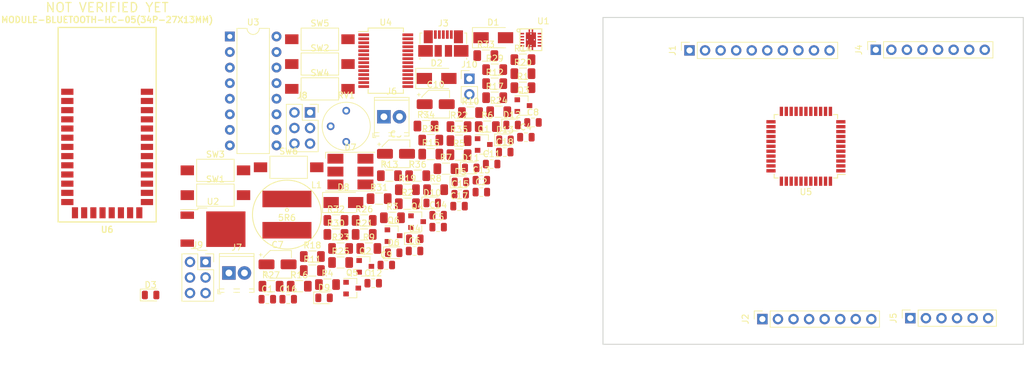
<source format=kicad_pcb>
(kicad_pcb (version 20171130) (host pcbnew 5.0.2-bee76a0~70~ubuntu16.04.1)
  (layers (0 F.Cu signal) (31 B.Cu signal) (34 B.Paste user) (35 F.Paste user) (36 B.SilkS user) (37 F.SilkS user) (38 B.Mask user) (39 F.Mask user) (44 Edge.Cuts user))
  (net 0 "")
  (net 1 +3V3)
  (net 2 /PD0)
  (net 3 /PD1)
  (net 4 +5V)
  (net 5 GND)
  (net 6 /PD2)
  (net 7 /PD3)
  (net 8 +12V)
  (net 9 "Net-(C8-Pad1)")
  (net 10 "Net-(C9-Pad1)")
  (net 11 /RESET)
  (net 12 VBUS)
  (net 13 /VIN)
  (net 14 "Net-(D3-Pad2)")
  (net 15 "Net-(D4-Pad2)")
  (net 16 "Net-(D5-Pad2)")
  (net 17 "Net-(D6-Pad2)")
  (net 18 "Net-(D7-Pad1)")
  (net 19 "Net-(D7-Pad3)")
  (net 20 "Net-(D7-Pad4)")
  (net 21 "Net-(D8-Pad2)")
  (net 22 "Net-(D9-Pad2)")
  (net 23 "Net-(D10-Pad2)")
  (net 24 "Net-(D11-Pad1)")
  (net 25 "Net-(D11-Pad2)")
  (net 26 "Net-(D12-Pad1)")
  (net 27 "Net-(D12-Pad2)")
  (net 28 "Net-(D13-Pad2)")
  (net 29 /LED2)
  (net 30 /LED1)
  (net 31 /AREF)
  (net 32 /SCK)
  (net 33 /MISO)
  (net 34 /MOSI)
  (net 35 /PWM/CS)
  (net 36 /PWM)
  (net 37 /BT_STATE)
  (net 38 "Net-(J2-Pad2)")
  (net 39 /D-)
  (net 40 /D+)
  (net 41 "Net-(J3-Pad4)")
  (net 42 /PD4)
  (net 43 /PD5)
  (net 44 /TXD1)
  (net 45 /RXD1)
  (net 46 /A0)
  (net 47 /A1)
  (net 48 /A2)
  (net 49 /A3)
  (net 50 /A4)
  (net 51 /A5)
  (net 52 /PDI_DATA)
  (net 53 "Net-(J8-Pad3)")
  (net 54 "Net-(J8-Pad4)")
  (net 55 /1A)
  (net 56 /2A)
  (net 57 /EN1,2)
  (net 58 /EN3,4)
  (net 59 /3A)
  (net 60 /4A)
  (net 61 /LED_R)
  (net 62 /LED_G)
  (net 63 /LED_B)
  (net 64 /BT_TX)
  (net 65 /BT_RX)
  (net 66 /FB)
  (net 67 "Net-(R13-Pad1)")
  (net 68 /MOT1_A)
  (net 69 /MOT1_B)
  (net 70 /MOT1_PWM)
  (net 71 /MOT2_PWM)
  (net 72 "Net-(R26-Pad1)")
  (net 73 /MOT2_A)
  (net 74 /MOT2_B)
  (net 75 /TXD)
  (net 76 /RXD)
  (net 77 "Net-(R35-Pad1)")
  (net 78 "Net-(R36-Pad1)")
  (net 79 "Net-(Q1-Pad1)")
  (net 80 "Net-(Q2-Pad1)")
  (net 81 "Net-(Q3-Pad1)")
  (net 82 "Net-(Q4-Pad1)")
  (net 83 "Net-(Q5-Pad1)")
  (net 84 "Net-(Q6-Pad1)")
  (net 85 +3.3VP)
  (net 86 "Net-(J6-Pad2)")
  (net 87 "Net-(J6-Pad1)")
  (net 88 "Net-(J7-Pad1)")
  (net 89 "Net-(J7-Pad2)")
  (net 90 "Net-(U4-Pad2)")
  (net 91 "Net-(U4-Pad3)")
  (net 92 "Net-(U4-Pad17)")
  (net 93 "Net-(U4-Pad6)")
  (net 94 "Net-(U4-Pad9)")
  (net 95 "Net-(U4-Pad10)")
  (net 96 "Net-(U4-Pad11)")
  (net 97 "Net-(U4-Pad12)")
  (net 98 "Net-(U4-Pad13)")
  (net 99 "Net-(U4-Pad14)")
  (net 100 "Net-(U4-Pad27)")
  (net 101 "Net-(U4-Pad28)")
  (net 102 "Net-(U6-Pad15)")
  (net 103 "Net-(U6-Pad16)")
  (net 104 "Net-(U6-Pad17)")
  (net 105 "Net-(U6-Pad18)")
  (net 106 "Net-(U6-Pad19)")
  (net 107 "Net-(U6-Pad20)")
  (net 108 "Net-(U6-Pad3)")
  (net 109 "Net-(U6-Pad4)")
  (net 110 "Net-(U6-Pad5)")
  (net 111 "Net-(U6-Pad6)")
  (net 112 "Net-(U6-Pad7)")
  (net 113 "Net-(U6-Pad8)")
  (net 114 "Net-(U6-Pad9)")
  (net 115 "Net-(U6-Pad10)")
  (net 116 "Net-(U6-Pad11)")
  (net 117 "Net-(U6-Pad23)")
  (net 118 "Net-(U6-Pad24)")
  (net 119 "Net-(U6-Pad25)")
  (net 120 "Net-(U6-Pad26)")
  (net 121 "Net-(U6-Pad27)")
  (net 122 "Net-(U6-Pad28)")
  (net 123 "Net-(U6-Pad29)")
  (net 124 "Net-(U6-Pad30)")
  (net 125 "Net-(U6-Pad33)")
  (module Capacitor_SMD:C_0805_2012Metric (layer F.Cu) (at 67.395001 123.605001)
    (fp_text reference C1 (at 0 -1.65) (layer F.SilkS))
    (fp_text value 100nF)
    (pad 2 smd roundrect (at 0.9375 0) (size 0.975 1.4) (layers F.Cu F.Paste F.Mask) (net 2 /PD0))
    (pad 1 smd roundrect (at -0.9375 0) (size 0.975 1.4) (layers F.Cu F.Paste F.Mask) (net 1 +3V3))
  )
  (module Capacitor_SMD:C_0805_2012Metric (layer F.Cu) (at 102.325001 106.125001)
    (fp_text reference C2 (at 0 -1.65) (layer F.SilkS))
    (fp_text value 100nF)
    (pad 1 smd roundrect (at -0.9375 0) (size 0.975 1.4) (layers F.Cu F.Paste F.Mask) (net 1 +3V3))
    (pad 2 smd roundrect (at 0.9375 0) (size 0.975 1.4) (layers F.Cu F.Paste F.Mask) (net 3 /PD1))
  )
  (module Capacitor_SMD:CP_Elec_4x4.5 (layer F.Cu) (at 88.395001 99.875001)
    (fp_text reference C3 (at 0 -3.2) (layer F.SilkS))
    (fp_text value 10uF)
    (pad 2 smd roundrect (at 1.8 0) (size 2.6 1.6) (layers F.Cu F.Paste F.Mask) (roundrect_rratio 0.15625) (net 5 GND))
    (pad 1 smd roundrect (at -1.8 0) (size 2.6 1.6) (layers F.Cu F.Paste F.Mask) (roundrect_rratio 0.15625) (net 4 +5V))
  )
  (module Capacitor_SMD:C_0805_2012Metric (layer F.Cu) (at 109.595001 97.165001)
    (fp_text reference C4 (at 0 -1.65) (layer F.SilkS))
    (fp_text value 1uF)
    (pad 1 smd roundrect (at -0.9375 0) (size 0.975 1.4) (layers F.Cu F.Paste F.Mask) (net 4 +5V))
    (pad 2 smd roundrect (at 0.9375 0) (size 0.975 1.4) (layers F.Cu F.Paste F.Mask) (net 5 GND))
  )
  (module Capacitor_SMD:C_0805_2012Metric (layer F.Cu) (at 95.275001 111.845001)
    (fp_text reference C5 (at 0 -1.65) (layer F.SilkS))
    (fp_text value 100nF)
    (pad 2 smd roundrect (at 0.9375 0) (size 0.975 1.4) (layers F.Cu F.Paste F.Mask) (net 6 /PD2))
    (pad 1 smd roundrect (at -0.9375 0) (size 0.975 1.4) (layers F.Cu F.Paste F.Mask) (net 1 +3V3))
  )
  (module Capacitor_SMD:C_0805_2012Metric (layer F.Cu) (at 91.425001 115.735001)
    (fp_text reference C6 (at 0 -1.65) (layer F.SilkS))
    (fp_text value 100nF)
    (pad 1 smd roundrect (at -0.9375 0) (size 0.975 1.4) (layers F.Cu F.Paste F.Mask) (net 1 +3V3))
    (pad 2 smd roundrect (at 0.9375 0) (size 0.975 1.4) (layers F.Cu F.Paste F.Mask) (net 7 /PD3))
  )
  (module Capacitor_SMD:CP_Elec_4x5.3 (layer F.Cu) (at 69.065001 117.915001)
    (fp_text reference C7 (at 0 -3.2) (layer F.SilkS))
    (fp_text value 22uF)
    (pad 1 smd roundrect (at -1.8 0) (size 2.6 1.6) (layers F.Cu F.Paste F.Mask) (roundrect_rratio 0.15625) (net 8 +12V))
    (pad 2 smd roundrect (at 1.8 0) (size 2.6 1.6) (layers F.Cu F.Paste F.Mask) (roundrect_rratio 0.15625) (net 5 GND))
  )
  (module Capacitor_SMD:C_0805_2012Metric (layer F.Cu) (at 110.755001 94.755001)
    (fp_text reference C8 (at 0 -1.65) (layer F.SilkS))
    (fp_text value 100nF)
    (pad 2 smd roundrect (at 0.9375 0) (size 0.975 1.4) (layers F.Cu F.Paste F.Mask) (net 5 GND))
    (pad 1 smd roundrect (at -0.9375 0) (size 0.975 1.4) (layers F.Cu F.Paste F.Mask) (net 9 "Net-(C8-Pad1)"))
  )
  (module Capacitor_SMD:C_0805_2012Metric (layer F.Cu) (at 86.815001 118.025001)
    (fp_text reference C9 (at 0 -1.65) (layer F.SilkS))
    (fp_text value 820pF)
    (pad 1 smd roundrect (at -0.9375 0) (size 0.975 1.4) (layers F.Cu F.Paste F.Mask) (net 10 "Net-(C9-Pad1)"))
    (pad 2 smd roundrect (at 0.9375 0) (size 0.975 1.4) (layers F.Cu F.Paste F.Mask) (net 5 GND))
  )
  (module Capacitor_SMD:CP_Elec_4x4.5 (layer F.Cu) (at 94.875001 91.775001)
    (fp_text reference C10 (at 0 -3.2) (layer F.SilkS))
    (fp_text value 10uF)
    (pad 1 smd roundrect (at -1.8 0) (size 2.6 1.6) (layers F.Cu F.Paste F.Mask) (roundrect_rratio 0.15625) (net 1 +3V3))
    (pad 2 smd roundrect (at 1.8 0) (size 2.6 1.6) (layers F.Cu F.Paste F.Mask) (roundrect_rratio 0.15625) (net 5 GND))
  )
  (module Capacitor_SMD:C_0805_2012Metric (layer F.Cu) (at 104.005001 101.545001)
    (fp_text reference C11 (at 0 -1.65) (layer F.SilkS))
    (fp_text value 100nF)
    (pad 1 smd roundrect (at -0.9375 0) (size 0.975 1.4) (layers F.Cu F.Paste F.Mask) (net 4 +5V))
    (pad 2 smd roundrect (at 0.9375 0) (size 0.975 1.4) (layers F.Cu F.Paste F.Mask) (net 5 GND))
  )
  (module Capacitor_SMD:C_0805_2012Metric (layer F.Cu) (at 84.675001 120.995001)
    (fp_text reference C12 (at 0 -1.65) (layer F.SilkS))
    (fp_text value 100nF)
    (pad 2 smd roundrect (at 0.9375 0) (size 0.975 1.4) (layers F.Cu F.Paste F.Mask) (net 5 GND))
    (pad 1 smd roundrect (at -0.9375 0) (size 0.975 1.4) (layers F.Cu F.Paste F.Mask) (net 4 +5V))
  )
  (module Capacitor_SMD:C_0805_2012Metric (layer F.Cu) (at 102.325001 104.175001)
    (fp_text reference C13 (at 0 -1.65) (layer F.SilkS))
    (fp_text value 100nF)
    (pad 1 smd roundrect (at -0.9375 0) (size 0.975 1.4) (layers F.Cu F.Paste F.Mask) (net 1 +3V3))
    (pad 2 smd roundrect (at 0.9375 0) (size 0.975 1.4) (layers F.Cu F.Paste F.Mask) (net 5 GND))
  )
  (module Capacitor_SMD:C_0805_2012Metric (layer F.Cu) (at 95.275001 109.895001)
    (fp_text reference C14 (at 0 -1.65) (layer F.SilkS))
    (fp_text value 100nF)
    (pad 1 smd roundrect (at -0.9375 0) (size 0.975 1.4) (layers F.Cu F.Paste F.Mask) (net 1 +3V3))
    (pad 2 smd roundrect (at 0.9375 0) (size 0.975 1.4) (layers F.Cu F.Paste F.Mask) (net 5 GND))
  )
  (module Capacitor_SMD:C_0805_2012Metric (layer F.Cu) (at 98.875001 106.465001)
    (fp_text reference C15 (at 0 -1.65) (layer F.SilkS))
    (fp_text value 100nF)
    (pad 2 smd roundrect (at 0.9375 0) (size 0.975 1.4) (layers F.Cu F.Paste F.Mask) (net 5 GND))
    (pad 1 smd roundrect (at -0.9375 0) (size 0.975 1.4) (layers F.Cu F.Paste F.Mask) (net 1 +3V3))
  )
  (module Capacitor_SMD:C_0805_2012Metric (layer F.Cu) (at 70.805001 123.605001)
    (fp_text reference C16 (at 0 -1.65) (layer F.SilkS))
    (fp_text value 100nF)
    (pad 1 smd roundrect (at -0.9375 0) (size 0.975 1.4) (layers F.Cu F.Paste F.Mask) (net 1 +3V3))
    (pad 2 smd roundrect (at 0.9375 0) (size 0.975 1.4) (layers F.Cu F.Paste F.Mask) (net 5 GND))
  )
  (module Capacitor_SMD:C_0805_2012Metric (layer F.Cu) (at 98.685001 108.415001)
    (fp_text reference C17 (at 0 -1.65) (layer F.SilkS))
    (fp_text value 100nF)
    (pad 2 smd roundrect (at 0.9375 0) (size 0.975 1.4) (layers F.Cu F.Paste F.Mask) (net 5 GND))
    (pad 1 smd roundrect (at -0.9375 0) (size 0.975 1.4) (layers F.Cu F.Paste F.Mask) (net 11 /RESET))
  )
  (module Capacitor_SMD:C_0805_2012Metric (layer F.Cu) (at 106.145001 99.595001)
    (fp_text reference C18 (at 0 -1.65) (layer F.SilkS))
    (fp_text value 100nF)
    (pad 2 smd roundrect (at 0.9375 0) (size 0.975 1.4) (layers F.Cu F.Paste F.Mask) (net 5 GND))
    (pad 1 smd roundrect (at -0.9375 0) (size 0.975 1.4) (layers F.Cu F.Paste F.Mask) (net 85 +3.3VP))
  )
  (module Diode_SMD:D_SMA (layer F.Cu) (at 104.275001 80.925001)
    (fp_text reference D1 (at 0 -2.5) (layer F.SilkS))
    (fp_text value D_Schottky)
    (pad 1 smd rect (at -2 0) (size 2.5 1.8) (layers F.Cu F.Paste F.Mask) (net 4 +5V))
    (pad 2 smd rect (at 2 0) (size 2.5 1.8) (layers F.Cu F.Paste F.Mask) (net 12 VBUS))
  )
  (module Diode_SMD:D_SMA (layer F.Cu) (at 95.025001 87.575001)
    (fp_text reference D2 (at 0 -2.5) (layer F.SilkS))
    (fp_text value D_Schottky)
    (pad 2 smd rect (at 2 0) (size 2.5 1.8) (layers F.Cu F.Paste F.Mask) (net 13 /VIN))
    (pad 1 smd rect (at -2 0) (size 2.5 1.8) (layers F.Cu F.Paste F.Mask) (net 4 +5V))
  )
  (module LED_SMD:LED_0805_2012Metric (layer F.Cu) (at 48.345001 122.920001)
    (fp_text reference D3 (at 0 -1.65) (layer F.SilkS))
    (fp_text value LED)
    (pad 1 smd roundrect (at -0.9375 0) (size 0.975 1.4) (layers F.Cu F.Paste F.Mask) (net 5 GND))
    (pad 2 smd roundrect (at 0.9375 0) (size 0.975 1.4) (layers F.Cu F.Paste F.Mask) (net 14 "Net-(D3-Pad2)"))
  )
  (module LED_SMD:LED_0805_2012Metric (layer F.Cu) (at 91.465001 113.740001)
    (fp_text reference D4 (at 0 -1.65) (layer F.SilkS))
    (fp_text value LED)
    (pad 1 smd roundrect (at -0.9375 0) (size 0.975 1.4) (layers F.Cu F.Paste F.Mask) (net 5 GND))
    (pad 2 smd roundrect (at 0.9375 0) (size 0.975 1.4) (layers F.Cu F.Paste F.Mask) (net 15 "Net-(D4-Pad2)"))
  )
  (module LED_SMD:LED_0805_2012Metric (layer F.Cu) (at 98.915001 104.470001)
    (fp_text reference D5 (at 0 -1.65) (layer F.SilkS))
    (fp_text value LED)
    (pad 2 smd roundrect (at 0.9375 0) (size 0.975 1.4) (layers F.Cu F.Paste F.Mask) (net 16 "Net-(D5-Pad2)"))
    (pad 1 smd roundrect (at -0.9375 0) (size 0.975 1.4) (layers F.Cu F.Paste F.Mask) (net 5 GND))
  )
  (module LED_SMD:LED_0805_2012Metric (layer F.Cu) (at 88.015001 116.030001)
    (fp_text reference D6 (at 0 -1.65) (layer F.SilkS))
    (fp_text value LED)
    (pad 1 smd roundrect (at -0.9375 0) (size 0.975 1.4) (layers F.Cu F.Paste F.Mask) (net 5 GND))
    (pad 2 smd roundrect (at 0.9375 0) (size 0.975 1.4) (layers F.Cu F.Paste F.Mask) (net 17 "Net-(D6-Pad2)"))
  )
  (module LED_SMD:LED_RGB_Cree-PLCC-6_6x5mm_P2.1mm (layer F.Cu) (at 80.960001 102.775001)
    (fp_text reference D7 (at 0 -3.95) (layer F.SilkS))
    (fp_text value LED_RCGB)
    (pad 4 smd rect (at 2.45 2.1) (size 2.6 1.6) (layers F.Cu F.Paste F.Mask) (net 20 "Net-(D7-Pad4)"))
    (pad 5 smd rect (at 2.45 0) (size 2.6 1.6) (layers F.Cu F.Paste F.Mask))
    (pad 6 smd rect (at 2.45 -2.1) (size 2.6 1.6) (layers F.Cu F.Paste F.Mask))
    (pad 3 smd rect (at -2.45 2.1) (size 2.6 1.6) (layers F.Cu F.Paste F.Mask) (net 19 "Net-(D7-Pad3)"))
    (pad 2 smd rect (at -2.45 0) (size 2.6 1.6) (layers F.Cu F.Paste F.Mask) (net 5 GND))
    (pad 1 smd rect (at -2.45 -2.1) (size 2.6 1.6) (layers F.Cu F.Paste F.Mask) (net 18 "Net-(D7-Pad1)"))
  )
  (module Diode_SMD:D_SMA (layer F.Cu) (at 79.815001 107.825001)
    (fp_text reference D8 (at 0 -2.5) (layer F.SilkS))
    (fp_text value B340A-13-F)
    (pad 1 smd rect (at -2 0) (size 2.5 1.8) (layers F.Cu F.Paste F.Mask) (net 8 +12V))
    (pad 2 smd rect (at 2 0) (size 2.5 1.8) (layers F.Cu F.Paste F.Mask) (net 21 "Net-(D8-Pad2)"))
  )
  (module LED_SMD:LED_0805_2012Metric (layer F.Cu) (at 76.655001 123.380001)
    (fp_text reference D9 (at 0 -1.65) (layer F.SilkS))
    (fp_text value LED)
    (pad 1 smd roundrect (at -0.9375 0) (size 0.975 1.4) (layers F.Cu F.Paste F.Mask) (net 5 GND))
    (pad 2 smd roundrect (at 0.9375 0) (size 0.975 1.4) (layers F.Cu F.Paste F.Mask) (net 22 "Net-(D9-Pad2)"))
  )
  (module LED_SMD:LED_0805_2012Metric (layer F.Cu) (at 94.305001 107.900001)
    (fp_text reference D10 (at 0 -1.65) (layer F.SilkS))
    (fp_text value LED)
    (pad 2 smd roundrect (at 0.9375 0) (size 0.975 1.4) (layers F.Cu F.Paste F.Mask) (net 23 "Net-(D10-Pad2)"))
    (pad 1 smd roundrect (at -0.9375 0) (size 0.975 1.4) (layers F.Cu F.Paste F.Mask) (net 5 GND))
  )
  (module LED_SMD:LED_0805_2012Metric (layer F.Cu) (at 100.595001 102.180001)
    (fp_text reference D11 (at 0 -1.65) (layer F.SilkS))
    (fp_text value LED)
    (pad 1 smd roundrect (at -0.9375 0) (size 0.975 1.4) (layers F.Cu F.Paste F.Mask) (net 24 "Net-(D11-Pad1)"))
    (pad 2 smd roundrect (at 0.9375 0) (size 0.975 1.4) (layers F.Cu F.Paste F.Mask) (net 25 "Net-(D11-Pad2)"))
  )
  (module LED_SMD:LED_0805_2012Metric (layer F.Cu) (at 107.345001 95.170001)
    (fp_text reference D12 (at 0 -1.65) (layer F.SilkS))
    (fp_text value LED)
    (pad 2 smd roundrect (at 0.9375 0) (size 0.975 1.4) (layers F.Cu F.Paste F.Mask) (net 27 "Net-(D12-Pad2)"))
    (pad 1 smd roundrect (at -0.9375 0) (size 0.975 1.4) (layers F.Cu F.Paste F.Mask) (net 26 "Net-(D12-Pad1)"))
  )
  (module LED_SMD:LED_0805_2012Metric (layer F.Cu) (at 106.185001 97.600001)
    (fp_text reference D13 (at 0 -1.65) (layer F.SilkS))
    (fp_text value LED)
    (pad 2 smd roundrect (at 0.9375 0) (size 0.975 1.4) (layers F.Cu F.Paste F.Mask) (net 28 "Net-(D13-Pad2)"))
    (pad 1 smd roundrect (at -0.9375 0) (size 0.975 1.4) (layers F.Cu F.Paste F.Mask) (net 5 GND))
  )
  (module Connector_PinSocket_2.54mm:PinSocket_1x10_P2.54mm_Vertical (layer F.Cu) (at 136.3 83 90)
    (fp_text reference J1 (at 0 -2.77 90) (layer F.SilkS))
    (fp_text value Conn_01x10)
    (pad 1 thru_hole rect (at 0 0 90) (size 1.7 1.7) (drill 1) (layers *.Cu *.Mask) (net 29 /LED2))
    (pad 2 thru_hole oval (at 0 2.54 90) (size 1.7 1.7) (drill 1) (layers *.Cu *.Mask) (net 30 /LED1))
    (pad 3 thru_hole oval (at 0 5.08 90) (size 1.7 1.7) (drill 1) (layers *.Cu *.Mask) (net 31 /AREF))
    (pad 4 thru_hole oval (at 0 7.62 90) (size 1.7 1.7) (drill 1) (layers *.Cu *.Mask) (net 5 GND))
    (pad 5 thru_hole oval (at 0 10.16 90) (size 1.7 1.7) (drill 1) (layers *.Cu *.Mask) (net 32 /SCK))
    (pad 6 thru_hole oval (at 0 12.7 90) (size 1.7 1.7) (drill 1) (layers *.Cu *.Mask) (net 33 /MISO))
    (pad 7 thru_hole oval (at 0 15.24 90) (size 1.7 1.7) (drill 1) (layers *.Cu *.Mask) (net 34 /MOSI))
    (pad 8 thru_hole oval (at 0 17.78 90) (size 1.7 1.7) (drill 1) (layers *.Cu *.Mask) (net 35 /PWM/CS))
    (pad 9 thru_hole oval (at 0 20.32 90) (size 1.7 1.7) (drill 1) (layers *.Cu *.Mask) (net 36 /PWM))
    (pad 10 thru_hole oval (at 0 22.86 90) (size 1.7 1.7) (drill 1) (layers *.Cu *.Mask) (net 37 /BT_STATE))
  )
  (module Connector_PinSocket_2.54mm:PinSocket_1x08_P2.54mm_Vertical (layer F.Cu) (at 148.2 126.85 90)
    (fp_text reference J2 (at 0 -2.77 90) (layer F.SilkS))
    (fp_text value Conn_01x08)
    (pad 1 thru_hole rect (at 0 0 90) (size 1.7 1.7) (drill 1) (layers *.Cu *.Mask) (net 8 +12V))
    (pad 2 thru_hole oval (at 0 2.54 90) (size 1.7 1.7) (drill 1) (layers *.Cu *.Mask) (net 38 "Net-(J2-Pad2)"))
    (pad 3 thru_hole oval (at 0 5.08 90) (size 1.7 1.7) (drill 1) (layers *.Cu *.Mask) (net 11 /RESET))
    (pad 4 thru_hole oval (at 0 7.62 90) (size 1.7 1.7) (drill 1) (layers *.Cu *.Mask) (net 1 +3V3))
    (pad 5 thru_hole oval (at 0 10.16 90) (size 1.7 1.7) (drill 1) (layers *.Cu *.Mask) (net 4 +5V))
    (pad 6 thru_hole oval (at 0 12.7 90) (size 1.7 1.7) (drill 1) (layers *.Cu *.Mask) (net 5 GND))
    (pad 7 thru_hole oval (at 0 15.24 90) (size 1.7 1.7) (drill 1) (layers *.Cu *.Mask) (net 5 GND))
    (pad 8 thru_hole oval (at 0 17.78 90) (size 1.7 1.7) (drill 1) (layers *.Cu *.Mask) (net 13 /VIN))
  )
  (module Connector_USB:USB_Micro-B_Molex_47346-0001 (layer F.Cu) (at 96.125001 81.875001)
    (fp_text reference J3 (at 0 -3.3 180) (layer F.SilkS))
    (fp_text value USB_OTG)
    (pad 1 smd rect (at -1.3 -1.46) (size 0.45 1.38) (layers F.Cu F.Paste F.Mask) (net 12 VBUS))
    (pad 2 smd rect (at -0.65 -1.46) (size 0.45 1.38) (layers F.Cu F.Paste F.Mask) (net 39 /D-))
    (pad 3 smd rect (at 0 -1.46) (size 0.45 1.38) (layers F.Cu F.Paste F.Mask) (net 40 /D+))
    (pad 4 smd rect (at 0.65 -1.46) (size 0.45 1.38) (layers F.Cu F.Paste F.Mask) (net 41 "Net-(J3-Pad4)"))
    (pad 5 smd rect (at 1.3 -1.46) (size 0.45 1.38) (layers F.Cu F.Paste F.Mask) (net 5 GND))
    (pad 6 smd rect (at -2.4625 -1.1) (size 1.475 2.1) (layers F.Cu F.Paste F.Mask) (net 5 GND))
    (pad 6 smd rect (at 2.4625 -1.1) (size 1.475 2.1) (layers F.Cu F.Paste F.Mask) (net 5 GND))
    (pad 6 smd rect (at -2.91 1.2) (size 2.375 1.9) (layers F.Cu F.Paste F.Mask) (net 5 GND))
    (pad 6 smd rect (at 2.91 1.2) (size 2.375 1.9) (layers F.Cu F.Paste F.Mask) (net 5 GND))
    (pad 6 smd rect (at -0.84 1.2) (size 1.175 1.9) (layers F.Cu F.Paste F.Mask) (net 5 GND))
    (pad 6 smd rect (at 0.84 1.2) (size 1.175 1.9) (layers F.Cu F.Paste F.Mask) (net 5 GND))
  )
  (module Connector_PinSocket_2.54mm:PinSocket_1x08_P2.54mm_Vertical (layer F.Cu) (at 166.71 82.9 90)
    (fp_text reference J4 (at 0 -2.77 90) (layer F.SilkS))
    (fp_text value Conn_01x08)
    (pad 8 thru_hole oval (at 0 17.78 90) (size 1.7 1.7) (drill 1) (layers *.Cu *.Mask) (net 45 /RXD1))
    (pad 7 thru_hole oval (at 0 15.24 90) (size 1.7 1.7) (drill 1) (layers *.Cu *.Mask) (net 44 /TXD1))
    (pad 6 thru_hole oval (at 0 12.7 90) (size 1.7 1.7) (drill 1) (layers *.Cu *.Mask) (net 43 /PD5))
    (pad 5 thru_hole oval (at 0 10.16 90) (size 1.7 1.7) (drill 1) (layers *.Cu *.Mask) (net 42 /PD4))
    (pad 4 thru_hole oval (at 0 7.62 90) (size 1.7 1.7) (drill 1) (layers *.Cu *.Mask) (net 7 /PD3))
    (pad 3 thru_hole oval (at 0 5.08 90) (size 1.7 1.7) (drill 1) (layers *.Cu *.Mask) (net 6 /PD2))
    (pad 2 thru_hole oval (at 0 2.54 90) (size 1.7 1.7) (drill 1) (layers *.Cu *.Mask) (net 3 /PD1))
    (pad 1 thru_hole rect (at 0 0 90) (size 1.7 1.7) (drill 1) (layers *.Cu *.Mask) (net 2 /PD0))
  )
  (module Connector_PinSocket_2.54mm:PinSocket_1x06_P2.54mm_Vertical (layer F.Cu) (at 172.35 126.7 90)
    (fp_text reference J5 (at 0 -2.77 90) (layer F.SilkS))
    (fp_text value Conn_01x06)
    (pad 1 thru_hole rect (at 0 0 90) (size 1.7 1.7) (drill 1) (layers *.Cu *.Mask) (net 46 /A0))
    (pad 2 thru_hole oval (at 0 2.54 90) (size 1.7 1.7) (drill 1) (layers *.Cu *.Mask) (net 47 /A1))
    (pad 3 thru_hole oval (at 0 5.08 90) (size 1.7 1.7) (drill 1) (layers *.Cu *.Mask) (net 48 /A2))
    (pad 4 thru_hole oval (at 0 7.62 90) (size 1.7 1.7) (drill 1) (layers *.Cu *.Mask) (net 49 /A3))
    (pad 5 thru_hole oval (at 0 10.16 90) (size 1.7 1.7) (drill 1) (layers *.Cu *.Mask) (net 50 /A4))
    (pad 6 thru_hole oval (at 0 12.7 90) (size 1.7 1.7) (drill 1) (layers *.Cu *.Mask) (net 51 /A5))
  )
  (module TerminalBlock_Phoenix:TerminalBlock_Phoenix_MPT-0,5-2-2.54_1x02_P2.54mm_Horizontal (layer F.Cu) (at 86.425001 93.825001)
    (fp_text reference J6 (at 1.27 -4.16) (layer F.SilkS))
    (fp_text value Conn_01x02)
    (pad "" np_thru_hole circle (at 2.54 2.54) (size 1.1 1.1) (drill 1.1) (layers *.Cu *.Mask))
    (pad 2 thru_hole circle (at 2.54 0) (size 2.2 2.2) (drill 1.1) (layers *.Cu *.Mask) (net 86 "Net-(J6-Pad2)"))
    (pad "" np_thru_hole circle (at 0 2.54) (size 1.1 1.1) (drill 1.1) (layers *.Cu *.Mask))
    (pad 1 thru_hole rect (at 0 0) (size 2.2 2.2) (drill 1.1) (layers *.Cu *.Mask) (net 87 "Net-(J6-Pad1)"))
  )
  (module TerminalBlock_Phoenix:TerminalBlock_Phoenix_MPT-0,5-2-2.54_1x02_P2.54mm_Horizontal (layer F.Cu) (at 61.125001 119.325001)
    (fp_text reference J7 (at 1.27 -4.16) (layer F.SilkS))
    (fp_text value Conn_01x02)
    (pad 1 thru_hole rect (at 0 0) (size 2.2 2.2) (drill 1.1) (layers *.Cu *.Mask) (net 88 "Net-(J7-Pad1)"))
    (pad "" np_thru_hole circle (at 0 2.54) (size 1.1 1.1) (drill 1.1) (layers *.Cu *.Mask))
    (pad 2 thru_hole circle (at 2.54 0) (size 2.2 2.2) (drill 1.1) (layers *.Cu *.Mask) (net 89 "Net-(J7-Pad2)"))
    (pad "" np_thru_hole circle (at 2.54 2.54) (size 1.1 1.1) (drill 1.1) (layers *.Cu *.Mask))
  )
  (module Connector_PinSocket_2.54mm:PinSocket_2x03_P2.54mm_Vertical (layer F.Cu) (at 74.365001 93.125001)
    (fp_text reference J8 (at -1.27 -2.77) (layer F.SilkS))
    (fp_text value Conn_02x03_Odd_Even)
    (pad 1 thru_hole rect (at 0 0) (size 1.7 1.7) (drill 1) (layers *.Cu *.Mask) (net 52 /PDI_DATA))
    (pad 2 thru_hole oval (at -2.54 0) (size 1.7 1.7) (drill 1) (layers *.Cu *.Mask) (net 1 +3V3))
    (pad 3 thru_hole oval (at 0 2.54) (size 1.7 1.7) (drill 1) (layers *.Cu *.Mask) (net 53 "Net-(J8-Pad3)"))
    (pad 4 thru_hole oval (at -2.54 2.54) (size 1.7 1.7) (drill 1) (layers *.Cu *.Mask) (net 54 "Net-(J8-Pad4)"))
    (pad 5 thru_hole oval (at 0 5.08) (size 1.7 1.7) (drill 1) (layers *.Cu *.Mask) (net 11 /RESET))
    (pad 6 thru_hole oval (at -2.54 5.08) (size 1.7 1.7) (drill 1) (layers *.Cu *.Mask) (net 5 GND))
  )
  (module Connector_PinSocket_2.54mm:PinSocket_2x03_P2.54mm_Vertical (layer F.Cu) (at 57.315001 117.525001)
    (fp_text reference J9 (at -1.27 -2.77) (layer F.SilkS))
    (fp_text value Conn_02x03_Odd_Even)
    (pad 6 thru_hole oval (at -2.54 5.08) (size 1.7 1.7) (drill 1) (layers *.Cu *.Mask) (net 5 GND))
    (pad 5 thru_hole oval (at 0 5.08) (size 1.7 1.7) (drill 1) (layers *.Cu *.Mask) (net 11 /RESET))
    (pad 4 thru_hole oval (at -2.54 2.54) (size 1.7 1.7) (drill 1) (layers *.Cu *.Mask) (net 34 /MOSI))
    (pad 3 thru_hole oval (at 0 2.54) (size 1.7 1.7) (drill 1) (layers *.Cu *.Mask) (net 32 /SCK))
    (pad 2 thru_hole oval (at -2.54 0) (size 1.7 1.7) (drill 1) (layers *.Cu *.Mask) (net 1 +3V3))
    (pad 1 thru_hole rect (at 0 0) (size 1.7 1.7) (drill 1) (layers *.Cu *.Mask) (net 33 /MISO))
  )
  (module Connector_PinHeader_2.54mm:PinHeader_1x02_P2.54mm_Vertical (layer F.Cu) (at 100.375001 87.625001)
    (fp_text reference J10 (at 0 -2.33) (layer F.SilkS))
    (fp_text value Conn_01x02)
    (pad 1 thru_hole rect (at 0 0) (size 1.7 1.7) (drill 1) (layers *.Cu *.Mask) (net 1 +3V3))
    (pad 2 thru_hole oval (at 0 2.54) (size 1.7 1.7) (drill 1) (layers *.Cu *.Mask) (net 85 +3.3VP))
  )
  (module Platzi:SDR0805 (layer F.Cu) (at 70.597531 109.797531)
    (fp_text reference L1 (at 4.826 -4.826) (layer F.SilkS))
    (fp_text value 5.6uH)
    (fp_text user 5R6 (at 0 0.508) (layer F.SilkS))
    (pad 1 smd rect (at 0 -2.55) (size 8 2.7) (layers F.Cu F.Paste F.Mask) (net 21 "Net-(D8-Pad2)"))
    (pad 2 smd rect (at 0 2.55) (size 8 2.7) (layers F.Cu F.Paste F.Mask) (net 4 +5V))
  )
  (module Package_TO_SOT_SMD:SOT-23 (layer F.Cu) (at 102.715001 98.355001)
    (fp_text reference Q1 (at 0 -2.5) (layer F.SilkS))
    (fp_text value MMBT3904)
    (pad 3 smd rect (at 1 0) (size 0.9 0.8) (layers F.Cu F.Paste F.Mask) (net 4 +5V))
    (pad 2 smd rect (at -1 0.95) (size 0.9 0.8) (layers F.Cu F.Paste F.Mask) (net 55 /1A))
    (pad 1 smd rect (at -1 -0.95) (size 0.9 0.8) (layers F.Cu F.Paste F.Mask) (net 79 "Net-(Q1-Pad1)"))
  )
  (module Package_TO_SOT_SMD:SOT-23 (layer F.Cu) (at 83.385001 118.245001)
    (fp_text reference Q2 (at 0 -2.5) (layer F.SilkS))
    (fp_text value MMBT3904)
    (pad 3 smd rect (at 1 0) (size 0.9 0.8) (layers F.Cu F.Paste F.Mask) (net 4 +5V))
    (pad 2 smd rect (at -1 0.95) (size 0.9 0.8) (layers F.Cu F.Paste F.Mask) (net 56 /2A))
    (pad 1 smd rect (at -1 -0.95) (size 0.9 0.8) (layers F.Cu F.Paste F.Mask) (net 80 "Net-(Q2-Pad1)"))
  )
  (module Package_TO_SOT_SMD:SOT-23 (layer F.Cu) (at 109.195001 92.005001)
    (fp_text reference Q3 (at 0 -2.5) (layer F.SilkS))
    (fp_text value MMBT3904)
    (pad 1 smd rect (at -1 -0.95) (size 0.9 0.8) (layers F.Cu F.Paste F.Mask) (net 81 "Net-(Q3-Pad1)"))
    (pad 2 smd rect (at -1 0.95) (size 0.9 0.8) (layers F.Cu F.Paste F.Mask) (net 57 /EN1,2))
    (pad 3 smd rect (at 1 0) (size 0.9 0.8) (layers F.Cu F.Paste F.Mask) (net 4 +5V))
  )
  (module Package_TO_SOT_SMD:SOT-23 (layer F.Cu) (at 91.845001 110.945001)
    (fp_text reference Q4 (at 0 -2.5) (layer F.SilkS))
    (fp_text value MMBT3904)
    (pad 1 smd rect (at -1 -0.95) (size 0.9 0.8) (layers F.Cu F.Paste F.Mask) (net 82 "Net-(Q4-Pad1)"))
    (pad 2 smd rect (at -1 0.95) (size 0.9 0.8) (layers F.Cu F.Paste F.Mask) (net 58 /EN3,4))
    (pad 3 smd rect (at 1 0) (size 0.9 0.8) (layers F.Cu F.Paste F.Mask) (net 4 +5V))
  )
  (module Package_TO_SOT_SMD:SOT-23 (layer F.Cu) (at 81.245001 121.795001)
    (fp_text reference Q5 (at 0 -2.5) (layer F.SilkS))
    (fp_text value MMBT3904)
    (pad 1 smd rect (at -1 -0.95) (size 0.9 0.8) (layers F.Cu F.Paste F.Mask) (net 83 "Net-(Q5-Pad1)"))
    (pad 2 smd rect (at -1 0.95) (size 0.9 0.8) (layers F.Cu F.Paste F.Mask) (net 59 /3A))
    (pad 3 smd rect (at 1 0) (size 0.9 0.8) (layers F.Cu F.Paste F.Mask) (net 4 +5V))
  )
  (module Package_TO_SOT_SMD:SOT-23 (layer F.Cu) (at 87.995001 113.235001)
    (fp_text reference Q6 (at 0 -2.5) (layer F.SilkS))
    (fp_text value MMBT3904)
    (pad 3 smd rect (at 1 0) (size 0.9 0.8) (layers F.Cu F.Paste F.Mask) (net 4 +5V))
    (pad 2 smd rect (at -1 0.95) (size 0.9 0.8) (layers F.Cu F.Paste F.Mask) (net 60 /4A))
    (pad 1 smd rect (at -1 -0.95) (size 0.9 0.8) (layers F.Cu F.Paste F.Mask) (net 84 "Net-(Q6-Pad1)"))
  )
  (module Resistor_SMD:R_1206_3216Metric (layer F.Cu) (at 109.115001 89.085001)
    (fp_text reference R1 (at 0 -1.82) (layer F.SilkS))
    (fp_text value 10K)
    (pad 1 smd roundrect (at -1.4 0) (size 1.25 1.75) (layers F.Cu F.Paste F.Mask) (roundrect_rratio 0.2) (net 5 GND))
    (pad 2 smd roundrect (at 1.4 0) (size 1.25 1.75) (layers F.Cu F.Paste F.Mask) (roundrect_rratio 0.2) (net 2 /PD0))
  )
  (module Resistor_SMD:R_1206_3216Metric (layer F.Cu) (at 90.255001 108.025001)
    (fp_text reference R2 (at 0 -1.82) (layer F.SilkS))
    (fp_text value 10K)
    (pad 2 smd roundrect (at 1.4 0) (size 1.25 1.75) (layers F.Cu F.Paste F.Mask) (roundrect_rratio 0.2) (net 3 /PD1))
    (pad 1 smd roundrect (at -1.4 0) (size 1.25 1.75) (layers F.Cu F.Paste F.Mask) (roundrect_rratio 0.2) (net 5 GND))
  )
  (module Resistor_SMD:R_1206_3216Metric (layer F.Cu) (at 87.815001 110.315001)
    (fp_text reference R3 (at 0 -1.82) (layer F.SilkS))
    (fp_text value 330)
    (pad 1 smd roundrect (at -1.4 0) (size 1.25 1.75) (layers F.Cu F.Paste F.Mask) (roundrect_rratio 0.2) (net 18 "Net-(D7-Pad1)"))
    (pad 2 smd roundrect (at 1.4 0) (size 1.25 1.75) (layers F.Cu F.Paste F.Mask) (roundrect_rratio 0.2) (net 61 /LED_R))
  )
  (module Resistor_SMD:R_1206_3216Metric (layer F.Cu) (at 77.215001 121.215001)
    (fp_text reference R4 (at 0 -1.82) (layer F.SilkS))
    (fp_text value 330)
    (pad 2 smd roundrect (at 1.4 0) (size 1.25 1.75) (layers F.Cu F.Paste F.Mask) (roundrect_rratio 0.2) (net 62 /LED_G))
    (pad 1 smd roundrect (at -1.4 0) (size 1.25 1.75) (layers F.Cu F.Paste F.Mask) (roundrect_rratio 0.2) (net 19 "Net-(D7-Pad3)"))
  )
  (module Resistor_SMD:R_1206_3216Metric (layer F.Cu) (at 98.685001 100.015001)
    (fp_text reference R5 (at 0 -1.82) (layer F.SilkS))
    (fp_text value 330)
    (pad 1 smd roundrect (at -1.4 0) (size 1.25 1.75) (layers F.Cu F.Paste F.Mask) (roundrect_rratio 0.2) (net 20 "Net-(D7-Pad4)"))
    (pad 2 smd roundrect (at 1.4 0) (size 1.25 1.75) (layers F.Cu F.Paste F.Mask) (roundrect_rratio 0.2) (net 63 /LED_B))
  )
  (module Resistor_SMD:R_1206_3216Metric (layer F.Cu) (at 103.295001 95.435001)
    (fp_text reference R6 (at 0 -1.82) (layer F.SilkS))
    (fp_text value 330)
    (pad 1 smd roundrect (at -1.4 0) (size 1.25 1.75) (layers F.Cu F.Paste F.Mask) (roundrect_rratio 0.2) (net 14 "Net-(D3-Pad2)"))
    (pad 2 smd roundrect (at 1.4 0) (size 1.25 1.75) (layers F.Cu F.Paste F.Mask) (roundrect_rratio 0.2) (net 30 /LED1))
  )
  (module Resistor_SMD:R_1206_3216Metric (layer F.Cu) (at 96.545001 102.305001)
    (fp_text reference R7 (at 0 -1.82) (layer F.SilkS))
    (fp_text value 330)
    (pad 2 smd roundrect (at 1.4 0) (size 1.25 1.75) (layers F.Cu F.Paste F.Mask) (roundrect_rratio 0.2) (net 29 /LED2))
    (pad 1 smd roundrect (at -1.4 0) (size 1.25 1.75) (layers F.Cu F.Paste F.Mask) (roundrect_rratio 0.2) (net 15 "Net-(D4-Pad2)"))
  )
  (module Resistor_SMD:R_1206_3216Metric (layer F.Cu) (at 94.865001 105.735001)
    (fp_text reference R8 (at 0 -1.82) (layer F.SilkS))
    (fp_text value 330)
    (pad 1 smd roundrect (at -1.4 0) (size 1.25 1.75) (layers F.Cu F.Paste F.Mask) (roundrect_rratio 0.2) (net 16 "Net-(D5-Pad2)"))
    (pad 2 smd roundrect (at 1.4 0) (size 1.25 1.75) (layers F.Cu F.Paste F.Mask) (roundrect_rratio 0.2) (net 64 /BT_TX))
  )
  (module Resistor_SMD:R_1206_3216Metric (layer F.Cu) (at 83.965001 115.325001)
    (fp_text reference R9 (at 0 -1.82) (layer F.SilkS))
    (fp_text value 330)
    (pad 2 smd roundrect (at 1.4 0) (size 1.25 1.75) (layers F.Cu F.Paste F.Mask) (roundrect_rratio 0.2) (net 65 /BT_RX))
    (pad 1 smd roundrect (at -1.4 0) (size 1.25 1.75) (layers F.Cu F.Paste F.Mask) (roundrect_rratio 0.2) (net 17 "Net-(D6-Pad2)"))
  )
  (module Resistor_SMD:R_1206_3216Metric (layer F.Cu) (at 100.555001 93.145001)
    (fp_text reference R10 (at 0 -1.82) (layer F.SilkS))
    (fp_text value 232K)
    (pad 1 smd roundrect (at -1.4 0) (size 1.25 1.75) (layers F.Cu F.Paste F.Mask) (roundrect_rratio 0.2) (net 8 +12V))
    (pad 2 smd roundrect (at 1.4 0) (size 1.25 1.75) (layers F.Cu F.Paste F.Mask) (roundrect_rratio 0.2) (net 66 /FB))
  )
  (module Resistor_SMD:R_1206_3216Metric (layer F.Cu) (at 74.745001 118.925001)
    (fp_text reference R11 (at 0 -1.82) (layer F.SilkS))
    (fp_text value 10K)
    (pad 1 smd roundrect (at -1.4 0) (size 1.25 1.75) (layers F.Cu F.Paste F.Mask) (roundrect_rratio 0.2) (net 5 GND))
    (pad 2 smd roundrect (at 1.4 0) (size 1.25 1.75) (layers F.Cu F.Paste F.Mask) (roundrect_rratio 0.2) (net 6 /PD2))
  )
  (module Resistor_SMD:R_1206_3216Metric (layer F.Cu) (at 104.505001 88.425001)
    (fp_text reference R12 (at 0 -1.82) (layer F.SilkS))
    (fp_text value 10K)
    (pad 2 smd roundrect (at 1.4 0) (size 1.25 1.75) (layers F.Cu F.Paste F.Mask) (roundrect_rratio 0.2) (net 7 /PD3))
    (pad 1 smd roundrect (at -1.4 0) (size 1.25 1.75) (layers F.Cu F.Paste F.Mask) (roundrect_rratio 0.2) (net 5 GND))
  )
  (module Resistor_SMD:R_1206_3216Metric (layer F.Cu) (at 87.325001 103.445001)
    (fp_text reference R13 (at 0 -1.82) (layer F.SilkS))
    (fp_text value 105K)
    (pad 1 smd roundrect (at -1.4 0) (size 1.25 1.75) (layers F.Cu F.Paste F.Mask) (roundrect_rratio 0.2) (net 67 "Net-(R13-Pad1)"))
    (pad 2 smd roundrect (at 1.4 0) (size 1.25 1.75) (layers F.Cu F.Paste F.Mask) (roundrect_rratio 0.2) (net 10 "Net-(C9-Pad1)"))
  )
  (module Resistor_SMD:R_1206_3216Metric (layer F.Cu) (at 109.115001 84.505001)
    (fp_text reference R14 (at 0 -1.82) (layer F.SilkS))
    (fp_text value 26.7K)
    (pad 2 smd roundrect (at 1.4 0) (size 1.25 1.75) (layers F.Cu F.Paste F.Mask) (roundrect_rratio 0.2) (net 5 GND))
    (pad 1 smd roundrect (at -1.4 0) (size 1.25 1.75) (layers F.Cu F.Paste F.Mask) (roundrect_rratio 0.2) (net 66 /FB))
  )
  (module Resistor_SMD:R_1206_3216Metric (layer F.Cu) (at 94.075001 99.925001)
    (fp_text reference R15 (at 0 -1.82) (layer F.SilkS))
    (fp_text value 330)
    (pad 2 smd roundrect (at 1.4 0) (size 1.25 1.75) (layers F.Cu F.Paste F.Mask) (roundrect_rratio 0.2) (net 1 +3V3))
    (pad 1 smd roundrect (at -1.4 0) (size 1.25 1.75) (layers F.Cu F.Paste F.Mask) (roundrect_rratio 0.2) (net 22 "Net-(D9-Pad2)"))
  )
  (module Resistor_SMD:R_1206_3216Metric (layer F.Cu) (at 72.605001 121.485001)
    (fp_text reference R16 (at 0 -1.82) (layer F.SilkS))
    (fp_text value 330)
    (pad 1 smd roundrect (at -1.4 0) (size 1.25 1.75) (layers F.Cu F.Paste F.Mask) (roundrect_rratio 0.2) (net 23 "Net-(D10-Pad2)"))
    (pad 2 smd roundrect (at 1.4 0) (size 1.25 1.75) (layers F.Cu F.Paste F.Mask) (roundrect_rratio 0.2) (net 8 +12V))
  )
  (module Resistor_SMD:R_1206_3216Metric (layer F.Cu) (at 104.505001 90.715001)
    (fp_text reference R17 (at 0 -1.82) (layer F.SilkS))
    (fp_text value 1K)
    (pad 1 smd roundrect (at -1.4 0) (size 1.25 1.75) (layers F.Cu F.Paste F.Mask) (roundrect_rratio 0.2) (net 68 /MOT1_A))
    (pad 2 smd roundrect (at 1.4 0) (size 1.25 1.75) (layers F.Cu F.Paste F.Mask) (roundrect_rratio 0.2) (net 79 "Net-(Q1-Pad1)"))
  )
  (module Resistor_SMD:R_1206_3216Metric (layer F.Cu) (at 74.745001 116.635001)
    (fp_text reference R18 (at 0 -1.82) (layer F.SilkS))
    (fp_text value 1K)
    (pad 1 smd roundrect (at -1.4 0) (size 1.25 1.75) (layers F.Cu F.Paste F.Mask) (roundrect_rratio 0.2) (net 69 /MOT1_B))
    (pad 2 smd roundrect (at 1.4 0) (size 1.25 1.75) (layers F.Cu F.Paste F.Mask) (roundrect_rratio 0.2) (net 80 "Net-(Q2-Pad1)"))
  )
  (module Resistor_SMD:R_1206_3216Metric (layer F.Cu) (at 90.255001 105.735001)
    (fp_text reference R19 (at 0 -1.82) (layer F.SilkS))
    (fp_text value 10K)
    (pad 2 smd roundrect (at 1.4 0) (size 1.25 1.75) (layers F.Cu F.Paste F.Mask) (roundrect_rratio 0.2) (net 55 /1A))
    (pad 1 smd roundrect (at -1.4 0) (size 1.25 1.75) (layers F.Cu F.Paste F.Mask) (roundrect_rratio 0.2) (net 5 GND))
  )
  (module Resistor_SMD:R_1206_3216Metric (layer F.Cu) (at 109.115001 86.795001)
    (fp_text reference R20 (at 0 -1.82) (layer F.SilkS))
    (fp_text value 10K)
    (pad 2 smd roundrect (at 1.4 0) (size 1.25 1.75) (layers F.Cu F.Paste F.Mask) (roundrect_rratio 0.2) (net 56 /2A))
    (pad 1 smd roundrect (at -1.4 0) (size 1.25 1.75) (layers F.Cu F.Paste F.Mask) (roundrect_rratio 0.2) (net 5 GND))
  )
  (module Resistor_SMD:R_1206_3216Metric (layer F.Cu) (at 83.205001 113.035001)
    (fp_text reference R21 (at 0 -1.82) (layer F.SilkS))
    (fp_text value 1K)
    (pad 2 smd roundrect (at 1.4 0) (size 1.25 1.75) (layers F.Cu F.Paste F.Mask) (roundrect_rratio 0.2) (net 81 "Net-(Q3-Pad1)"))
    (pad 1 smd roundrect (at -1.4 0) (size 1.25 1.75) (layers F.Cu F.Paste F.Mask) (roundrect_rratio 0.2) (net 70 /MOT1_PWM))
  )
  (module Resistor_SMD:R_1206_3216Metric (layer F.Cu) (at 98.685001 95.435001)
    (fp_text reference R22 (at 0 -1.82) (layer F.SilkS))
    (fp_text value 1K)
    (pad 1 smd roundrect (at -1.4 0) (size 1.25 1.75) (layers F.Cu F.Paste F.Mask) (roundrect_rratio 0.2) (net 71 /MOT2_PWM))
    (pad 2 smd roundrect (at 1.4 0) (size 1.25 1.75) (layers F.Cu F.Paste F.Mask) (roundrect_rratio 0.2) (net 82 "Net-(Q4-Pad1)"))
  )
  (module Resistor_SMD:R_1206_3216Metric (layer F.Cu) (at 79.355001 115.325001)
    (fp_text reference R23 (at 0 -1.82) (layer F.SilkS))
    (fp_text value 10K)
    (pad 1 smd roundrect (at -1.4 0) (size 1.25 1.75) (layers F.Cu F.Paste F.Mask) (roundrect_rratio 0.2) (net 5 GND))
    (pad 2 smd roundrect (at 1.4 0) (size 1.25 1.75) (layers F.Cu F.Paste F.Mask) (roundrect_rratio 0.2) (net 57 /EN1,2))
  )
  (module Resistor_SMD:R_1206_3216Metric (layer F.Cu) (at 105.165001 93.005001)
    (fp_text reference R24 (at 0 -1.82) (layer F.SilkS))
    (fp_text value 10K)
    (pad 2 smd roundrect (at 1.4 0) (size 1.25 1.75) (layers F.Cu F.Paste F.Mask) (roundrect_rratio 0.2) (net 58 /EN3,4))
    (pad 1 smd roundrect (at -1.4 0) (size 1.25 1.75) (layers F.Cu F.Paste F.Mask) (roundrect_rratio 0.2) (net 5 GND))
  )
  (module Resistor_SMD:R_1206_3216Metric (layer F.Cu) (at 79.355001 117.615001)
    (fp_text reference R25 (at 0 -1.82) (layer F.SilkS))
    (fp_text value 10K)
    (pad 1 smd roundrect (at -1.4 0) (size 1.25 1.75) (layers F.Cu F.Paste F.Mask) (roundrect_rratio 0.2) (net 11 /RESET))
    (pad 2 smd roundrect (at 1.4 0) (size 1.25 1.75) (layers F.Cu F.Paste F.Mask) (roundrect_rratio 0.2) (net 1 +3V3))
  )
  (module Resistor_SMD:R_1206_3216Metric (layer F.Cu) (at 83.205001 110.745001)
    (fp_text reference R26 (at 0 -1.82) (layer F.SilkS))
    (fp_text value 10K)
    (pad 2 smd roundrect (at 1.4 0) (size 1.25 1.75) (layers F.Cu F.Paste F.Mask) (roundrect_rratio 0.2) (net 4 +5V))
    (pad 1 smd roundrect (at -1.4 0) (size 1.25 1.75) (layers F.Cu F.Paste F.Mask) (roundrect_rratio 0.2) (net 72 "Net-(R26-Pad1)"))
  )
  (module Resistor_SMD:R_1206_3216Metric (layer F.Cu) (at 67.995001 121.485001)
    (fp_text reference R27 (at 0 -1.82) (layer F.SilkS))
    (fp_text value 330)
    (pad 2 smd roundrect (at 1.4 0) (size 1.25 1.75) (layers F.Cu F.Paste F.Mask) (roundrect_rratio 0.2) (net 4 +5V))
    (pad 1 smd roundrect (at -1.4 0) (size 1.25 1.75) (layers F.Cu F.Paste F.Mask) (roundrect_rratio 0.2) (net 25 "Net-(D11-Pad2)"))
  )
  (module Resistor_SMD:R_1206_3216Metric (layer F.Cu) (at 94.075001 97.635001)
    (fp_text reference R28 (at 0 -1.82) (layer F.SilkS))
    (fp_text value 330)
    (pad 1 smd roundrect (at -1.4 0) (size 1.25 1.75) (layers F.Cu F.Paste F.Mask) (roundrect_rratio 0.2) (net 27 "Net-(D12-Pad2)"))
    (pad 2 smd roundrect (at 1.4 0) (size 1.25 1.75) (layers F.Cu F.Paste F.Mask) (roundrect_rratio 0.2) (net 4 +5V))
  )
  (module Resistor_SMD:R_1206_3216Metric (layer F.Cu) (at 104.505001 86.135001)
    (fp_text reference R29 (at 0 -1.82) (layer F.SilkS))
    (fp_text value 1K)
    (pad 1 smd roundrect (at -1.4 0) (size 1.25 1.75) (layers F.Cu F.Paste F.Mask) (roundrect_rratio 0.2) (net 73 /MOT2_A))
    (pad 2 smd roundrect (at 1.4 0) (size 1.25 1.75) (layers F.Cu F.Paste F.Mask) (roundrect_rratio 0.2) (net 83 "Net-(Q5-Pad1)"))
  )
  (module Resistor_SMD:R_1206_3216Metric (layer F.Cu) (at 78.595001 113.035001)
    (fp_text reference R30 (at 0 -1.82) (layer F.SilkS))
    (fp_text value 1K)
    (pad 1 smd roundrect (at -1.4 0) (size 1.25 1.75) (layers F.Cu F.Paste F.Mask) (roundrect_rratio 0.2) (net 74 /MOT2_B))
    (pad 2 smd roundrect (at 1.4 0) (size 1.25 1.75) (layers F.Cu F.Paste F.Mask) (roundrect_rratio 0.2) (net 84 "Net-(Q6-Pad1)"))
  )
  (module Resistor_SMD:R_1206_3216Metric (layer F.Cu) (at 85.645001 107.195001)
    (fp_text reference R31 (at 0 -1.82) (layer F.SilkS))
    (fp_text value 10K)
    (pad 2 smd roundrect (at 1.4 0) (size 1.25 1.75) (layers F.Cu F.Paste F.Mask) (roundrect_rratio 0.2) (net 59 /3A))
    (pad 1 smd roundrect (at -1.4 0) (size 1.25 1.75) (layers F.Cu F.Paste F.Mask) (roundrect_rratio 0.2) (net 5 GND))
  )
  (module Resistor_SMD:R_1206_3216Metric (layer F.Cu) (at 78.595001 110.745001)
    (fp_text reference R32 (at 0 -1.82) (layer F.SilkS))
    (fp_text value 10K)
    (pad 2 smd roundrect (at 1.4 0) (size 1.25 1.75) (layers F.Cu F.Paste F.Mask) (roundrect_rratio 0.2) (net 60 /4A))
    (pad 1 smd roundrect (at -1.4 0) (size 1.25 1.75) (layers F.Cu F.Paste F.Mask) (roundrect_rratio 0.2) (net 5 GND))
  )
  (module Resistor_SMD:R_1206_3216Metric (layer F.Cu) (at 103.055001 83.845001)
    (fp_text reference R33 (at 0 -1.82) (layer F.SilkS))
    (fp_text value 1K)
    (pad 2 smd roundrect (at 1.4 0) (size 1.25 1.75) (layers F.Cu F.Paste F.Mask) (roundrect_rratio 0.2) (net 45 /RXD1))
    (pad 1 smd roundrect (at -1.4 0) (size 1.25 1.75) (layers F.Cu F.Paste F.Mask) (roundrect_rratio 0.2) (net 75 /TXD))
  )
  (module Resistor_SMD:R_1206_3216Metric (layer F.Cu) (at 93.295001 95.345001)
    (fp_text reference R34 (at 0 -1.82) (layer F.SilkS))
    (fp_text value 1K)
    (pad 1 smd roundrect (at -1.4 0) (size 1.25 1.75) (layers F.Cu F.Paste F.Mask) (roundrect_rratio 0.2) (net 76 /RXD))
    (pad 2 smd roundrect (at 1.4 0) (size 1.25 1.75) (layers F.Cu F.Paste F.Mask) (roundrect_rratio 0.2) (net 44 /TXD1))
  )
  (module Resistor_SMD:R_1206_3216Metric (layer F.Cu) (at 98.685001 97.725001)
    (fp_text reference R35 (at 0 -1.82) (layer F.SilkS))
    (fp_text value 10K)
    (pad 2 smd roundrect (at 1.4 0) (size 1.25 1.75) (layers F.Cu F.Paste F.Mask) (roundrect_rratio 0.2) (net 5 GND))
    (pad 1 smd roundrect (at -1.4 0) (size 1.25 1.75) (layers F.Cu F.Paste F.Mask) (roundrect_rratio 0.2) (net 77 "Net-(R35-Pad1)"))
  )
  (module Resistor_SMD:R_1206_3216Metric (layer F.Cu) (at 91.935001 103.445001)
    (fp_text reference R36 (at 0 -1.82) (layer F.SilkS))
    (fp_text value 2K)
    (pad 2 smd roundrect (at 1.4 0) (size 1.25 1.75) (layers F.Cu F.Paste F.Mask) (roundrect_rratio 0.2) (net 28 "Net-(D13-Pad2)"))
    (pad 1 smd roundrect (at -1.4 0) (size 1.25 1.75) (layers F.Cu F.Paste F.Mask) (roundrect_rratio 0.2) (net 78 "Net-(R36-Pad1)"))
  )
  (module Potentiometer_THT:Potentiometer_Bourns_3339P_Vertical (layer F.Cu) (at 80.275001 97.925001)
    (fp_text reference RV1 (at 0 -7.6) (layer F.SilkS))
    (fp_text value R_POT_TRIM)
    (pad 3 thru_hole circle (at 0 -5.08) (size 1.26 1.26) (drill 0.7) (layers *.Cu *.Mask) (net 1 +3V3))
    (pad 2 thru_hole circle (at -2.54 -2.54) (size 1.26 1.26) (drill 0.7) (layers *.Cu *.Mask) (net 46 /A0))
    (pad 1 thru_hole circle (at 0 0) (size 1.26 1.26) (drill 0.7) (layers *.Cu *.Mask) (net 5 GND))
  )
  (module Button_Switch_SMD:SW_SPST_FSMSM (layer F.Cu) (at 58.925001 106.625001)
    (fp_text reference SW1 (at 0 -2.6) (layer F.SilkS))
    (fp_text value SW_Push)
    (pad 1 smd rect (at -4.59 0) (size 2.18 1.6) (layers F.Cu F.Paste F.Mask) (net 2 /PD0))
    (pad 2 smd rect (at 4.59 0) (size 2.18 1.6) (layers F.Cu F.Paste F.Mask) (net 1 +3V3))
  )
  (module Button_Switch_SMD:SW_SPST_FSMSM (layer F.Cu) (at 75.975001 85.225001)
    (fp_text reference SW2 (at 0 -2.6) (layer F.SilkS))
    (fp_text value SW_Push)
    (pad 2 smd rect (at 4.59 0) (size 2.18 1.6) (layers F.Cu F.Paste F.Mask) (net 1 +3V3))
    (pad 1 smd rect (at -4.59 0) (size 2.18 1.6) (layers F.Cu F.Paste F.Mask) (net 3 /PD1))
  )
  (module Button_Switch_SMD:SW_SPST_FSMSM (layer F.Cu) (at 58.925001 102.575001)
    (fp_text reference SW3 (at 0 -2.6) (layer F.SilkS))
    (fp_text value SW_Push)
    (pad 1 smd rect (at -4.59 0) (size 2.18 1.6) (layers F.Cu F.Paste F.Mask) (net 6 /PD2))
    (pad 2 smd rect (at 4.59 0) (size 2.18 1.6) (layers F.Cu F.Paste F.Mask) (net 1 +3V3))
  )
  (module Button_Switch_SMD:SW_SPST_FSMSM (layer F.Cu) (at 75.975001 89.275001)
    (fp_text reference SW4 (at 0 -2.6) (layer F.SilkS))
    (fp_text value SW_Push)
    (pad 2 smd rect (at 4.59 0) (size 2.18 1.6) (layers F.Cu F.Paste F.Mask) (net 1 +3V3))
    (pad 1 smd rect (at -4.59 0) (size 2.18 1.6) (layers F.Cu F.Paste F.Mask) (net 7 /PD3))
  )
  (module Button_Switch_SMD:SW_SPST_FSMSM (layer F.Cu) (at 75.975001 81.175001)
    (fp_text reference SW5 (at 0 -2.6) (layer F.SilkS))
    (fp_text value SW_Push)
    (pad 2 smd rect (at 4.59 0) (size 2.18 1.6) (layers F.Cu F.Paste F.Mask) (net 11 /RESET))
    (pad 1 smd rect (at -4.59 0) (size 2.18 1.6) (layers F.Cu F.Paste F.Mask) (net 5 GND))
  )
  (module Button_Switch_SMD:SW_SPST_FSMSM (layer F.Cu) (at 70.875001 102.075001)
    (fp_text reference SW6 (at 0 -2.6) (layer F.SilkS))
    (fp_text value SW_Push)
    (pad 1 smd rect (at -4.59 0) (size 2.18 1.6) (layers F.Cu F.Paste F.Mask) (net 77 "Net-(R35-Pad1)"))
    (pad 2 smd rect (at 4.59 0) (size 2.18 1.6) (layers F.Cu F.Paste F.Mask) (net 85 +3.3VP))
  )
  (module Platzi:TPS61087 (layer F.Cu) (at 110.415001 81.257001)
    (fp_text reference U1 (at 2.032 -3.048) (layer F.SilkS))
    (fp_text value TPS61087DSCR)
    (pad 1 smd rect (at -1.4 -1) (size 0.6 0.25) (layers F.Cu F.Paste F.Mask) (net 67 "Net-(R13-Pad1)"))
    (pad 2 smd rect (at -1.4 -0.5) (size 0.6 0.25) (layers F.Cu F.Paste F.Mask) (net 66 /FB))
    (pad 3 smd rect (at -1.4 0) (size 0.6 0.25) (layers F.Cu F.Paste F.Mask) (net 4 +5V))
    (pad 4 smd rect (at -1.4 0.5) (size 0.6 0.25) (layers F.Cu F.Paste F.Mask) (net 5 GND))
    (pad 5 smd rect (at -1.4 1) (size 0.6 0.25) (layers F.Cu F.Paste F.Mask) (net 5 GND))
    (pad 6 smd rect (at 1.4 1) (size 0.6 0.25) (layers F.Cu F.Paste F.Mask) (net 21 "Net-(D8-Pad2)"))
    (pad 7 smd rect (at 1.4 0.5) (size 0.6 0.25) (layers F.Cu F.Paste F.Mask) (net 21 "Net-(D8-Pad2)"))
    (pad 8 smd rect (at 1.4 0) (size 0.6 0.25) (layers F.Cu F.Paste F.Mask) (net 4 +5V))
    (pad 9 smd rect (at 1.4 -0.5) (size 0.6 0.25) (layers F.Cu F.Paste F.Mask) (net 4 +5V))
    (pad 10 smd rect (at 1.4 -1) (size 0.6 0.25) (layers F.Cu F.Paste F.Mask) (net 9 "Net-(C8-Pad1)"))
    (pad 11 smd rect (at 0 0) (size 1.65 2.4) (layers F.Cu F.Paste F.Mask) (net 5 GND))
    (pad 11 thru_hole circle (at 0 -0.95) (size 0.2 0.2) (drill 0.2) (layers *.Cu *.Mask) (net 5 GND))
    (pad 11 thru_hole circle (at 0 0.95) (size 0.2 0.2) (drill 0.2) (layers *.Cu *.Mask) (net 5 GND))
    (pad 11 thru_hole circle (at 0.575 0) (size 0.2 0.2) (drill 0.2) (layers *.Cu *.Mask) (net 5 GND))
    (pad 11 thru_hole circle (at -0.575 0) (size 0.2 0.2) (drill 0.2) (layers *.Cu *.Mask) (net 5 GND))
    (pad 11 smd rect (at 0.25 -1.45) (size 0.25 0.5) (layers F.Cu F.Paste F.Mask) (net 5 GND))
    (pad 11 smd rect (at -0.25 -1.45) (size 0.25 0.5) (layers F.Cu F.Paste F.Mask) (net 5 GND))
    (pad 11 smd rect (at 0.25 1.45) (size 0.25 0.5) (layers F.Cu F.Paste F.Mask) (net 5 GND))
    (pad 11 smd rect (at -0.25 1.45) (size 0.25 0.5) (layers F.Cu F.Paste F.Mask) (net 5 GND))
  )
  (module Package_TO_SOT_SMD:TO-252-2 (layer F.Cu) (at 58.525001 112.175001)
    (fp_text reference U2 (at 0 -4.5) (layer F.SilkS))
    (fp_text value LM1117-3.3)
    (pad 1 smd rect (at -4.2 -2.28) (size 2.2 1.2) (layers F.Cu F.Paste F.Mask) (net 5 GND))
    (pad 3 smd rect (at -4.2 2.28) (size 2.2 1.2) (layers F.Cu F.Paste F.Mask) (net 4 +5V))
    (pad 2 smd rect (at 2.1 0) (size 6.4 5.8) (layers F.Cu F.Mask) (net 1 +3V3))
  )
  (module Housings_DIP:DIP-16_W7.62mm (layer F.Cu) (at 61.275001 80.725001)
    (fp_text reference U3 (at 3.81 -2.33) (layer F.SilkS))
    (fp_text value L293D)
    (pad 1 thru_hole rect (at 0 0) (size 1.6 1.6) (drill 0.8) (layers *.Cu *.Mask) (net 57 /EN1,2))
    (pad 9 thru_hole oval (at 7.62 17.78) (size 1.6 1.6) (drill 0.8) (layers *.Cu *.Mask) (net 58 /EN3,4))
    (pad 2 thru_hole oval (at 0 2.54) (size 1.6 1.6) (drill 0.8) (layers *.Cu *.Mask) (net 55 /1A))
    (pad 10 thru_hole oval (at 7.62 15.24) (size 1.6 1.6) (drill 0.8) (layers *.Cu *.Mask) (net 59 /3A))
    (pad 3 thru_hole oval (at 0 5.08) (size 1.6 1.6) (drill 0.8) (layers *.Cu *.Mask) (net 87 "Net-(J6-Pad1)"))
    (pad 11 thru_hole oval (at 7.62 12.7) (size 1.6 1.6) (drill 0.8) (layers *.Cu *.Mask) (net 88 "Net-(J7-Pad1)"))
    (pad 4 thru_hole oval (at 0 7.62) (size 1.6 1.6) (drill 0.8) (layers *.Cu *.Mask) (net 5 GND))
    (pad 12 thru_hole oval (at 7.62 10.16) (size 1.6 1.6) (drill 0.8) (layers *.Cu *.Mask) (net 5 GND))
    (pad 5 thru_hole oval (at 0 10.16) (size 1.6 1.6) (drill 0.8) (layers *.Cu *.Mask) (net 5 GND))
    (pad 13 thru_hole oval (at 7.62 7.62) (size 1.6 1.6) (drill 0.8) (layers *.Cu *.Mask) (net 5 GND))
    (pad 6 thru_hole oval (at 0 12.7) (size 1.6 1.6) (drill 0.8) (layers *.Cu *.Mask) (net 86 "Net-(J6-Pad2)"))
    (pad 14 thru_hole oval (at 7.62 5.08) (size 1.6 1.6) (drill 0.8) (layers *.Cu *.Mask) (net 89 "Net-(J7-Pad2)"))
    (pad 7 thru_hole oval (at 0 15.24) (size 1.6 1.6) (drill 0.8) (layers *.Cu *.Mask) (net 56 /2A))
    (pad 15 thru_hole oval (at 7.62 2.54) (size 1.6 1.6) (drill 0.8) (layers *.Cu *.Mask) (net 60 /4A))
    (pad 8 thru_hole oval (at 0 17.78) (size 1.6 1.6) (drill 0.8) (layers *.Cu *.Mask) (net 8 +12V))
    (pad 16 thru_hole oval (at 7.62 0) (size 1.6 1.6) (drill 0.8) (layers *.Cu *.Mask) (net 4 +5V))
  )
  (module Housings_SSOP:SSOP-28_5.3x10.2mm_Pitch0.65mm (layer F.Cu) (at 86.725001 84.675001)
    (fp_text reference U4 (at 0 -6.25) (layer F.SilkS))
    (fp_text value FT232RL)
    (pad 1 smd rect (at -3.6 -4.225) (size 1.75 0.45) (layers F.Cu F.Paste F.Mask) (net 75 /TXD))
    (pad 2 smd rect (at -3.6 -3.575) (size 1.75 0.45) (layers F.Cu F.Paste F.Mask) (net 90 "Net-(U4-Pad2)"))
    (pad 3 smd rect (at -3.6 -2.925) (size 1.75 0.45) (layers F.Cu F.Paste F.Mask) (net 91 "Net-(U4-Pad3)"))
    (pad 4 smd rect (at -3.6 -2.275) (size 1.75 0.45) (layers F.Cu F.Paste F.Mask) (net 92 "Net-(U4-Pad17)"))
    (pad 5 smd rect (at -3.6 -1.625) (size 1.75 0.45) (layers F.Cu F.Paste F.Mask) (net 76 /RXD))
    (pad 6 smd rect (at -3.6 -0.975) (size 1.75 0.45) (layers F.Cu F.Paste F.Mask) (net 93 "Net-(U4-Pad6)"))
    (pad 7 smd rect (at -3.6 -0.325) (size 1.75 0.45) (layers F.Cu F.Paste F.Mask) (net 5 GND))
    (pad 8 smd rect (at -3.6 0.325) (size 1.75 0.45) (layers F.Cu F.Paste F.Mask))
    (pad 9 smd rect (at -3.6 0.975) (size 1.75 0.45) (layers F.Cu F.Paste F.Mask) (net 94 "Net-(U4-Pad9)"))
    (pad 10 smd rect (at -3.6 1.625) (size 1.75 0.45) (layers F.Cu F.Paste F.Mask) (net 95 "Net-(U4-Pad10)"))
    (pad 11 smd rect (at -3.6 2.275) (size 1.75 0.45) (layers F.Cu F.Paste F.Mask) (net 96 "Net-(U4-Pad11)"))
    (pad 12 smd rect (at -3.6 2.925) (size 1.75 0.45) (layers F.Cu F.Paste F.Mask) (net 97 "Net-(U4-Pad12)"))
    (pad 13 smd rect (at -3.6 3.575) (size 1.75 0.45) (layers F.Cu F.Paste F.Mask) (net 98 "Net-(U4-Pad13)"))
    (pad 14 smd rect (at -3.6 4.225) (size 1.75 0.45) (layers F.Cu F.Paste F.Mask) (net 99 "Net-(U4-Pad14)"))
    (pad 15 smd rect (at 3.6 4.225) (size 1.75 0.45) (layers F.Cu F.Paste F.Mask) (net 40 /D+))
    (pad 16 smd rect (at 3.6 3.575) (size 1.75 0.45) (layers F.Cu F.Paste F.Mask) (net 39 /D-))
    (pad 17 smd rect (at 3.6 2.925) (size 1.75 0.45) (layers F.Cu F.Paste F.Mask) (net 92 "Net-(U4-Pad17)"))
    (pad 18 smd rect (at 3.6 2.275) (size 1.75 0.45) (layers F.Cu F.Paste F.Mask) (net 5 GND))
    (pad 19 smd rect (at 3.6 1.625) (size 1.75 0.45) (layers F.Cu F.Paste F.Mask) (net 72 "Net-(R26-Pad1)"))
    (pad 20 smd rect (at 3.6 0.975) (size 1.75 0.45) (layers F.Cu F.Paste F.Mask) (net 4 +5V))
    (pad 21 smd rect (at 3.6 0.325) (size 1.75 0.45) (layers F.Cu F.Paste F.Mask) (net 5 GND))
    (pad 22 smd rect (at 3.6 -0.325) (size 1.75 0.45) (layers F.Cu F.Paste F.Mask) (net 26 "Net-(D12-Pad1)"))
    (pad 23 smd rect (at 3.6 -0.975) (size 1.75 0.45) (layers F.Cu F.Paste F.Mask) (net 24 "Net-(D11-Pad1)"))
    (pad 24 smd rect (at 3.6 -1.625) (size 1.75 0.45) (layers F.Cu F.Paste F.Mask))
    (pad 25 smd rect (at 3.6 -2.275) (size 1.75 0.45) (layers F.Cu F.Paste F.Mask) (net 5 GND))
    (pad 26 smd rect (at 3.6 -2.925) (size 1.75 0.45) (layers F.Cu F.Paste F.Mask) (net 5 GND))
    (pad 27 smd rect (at 3.6 -3.575) (size 1.75 0.45) (layers F.Cu F.Paste F.Mask) (net 100 "Net-(U4-Pad27)"))
    (pad 28 smd rect (at 3.6 -4.225) (size 1.75 0.45) (layers F.Cu F.Paste F.Mask) (net 101 "Net-(U4-Pad28)"))
  )
  (module Package_QFP:TQFP-44_10x10mm_P0.8mm (layer F.Cu) (at 155.3 98.65 180)
    (fp_text reference U5 (at 0 -7.45 180) (layer F.SilkS))
    (fp_text value ATXMEGA32A4U-AU)
    (pad 1 smd rect (at -5.7 -4 180) (size 1.5 0.55) (layers F.Cu F.Paste F.Mask) (net 51 /A5))
    (pad 2 smd rect (at -5.7 -3.2 180) (size 1.5 0.55) (layers F.Cu F.Paste F.Mask) (net 68 /MOT1_A))
    (pad 3 smd rect (at -5.7 -2.4 180) (size 1.5 0.55) (layers F.Cu F.Paste F.Mask) (net 69 /MOT1_B))
    (pad 4 smd rect (at -5.7 -1.6 180) (size 1.5 0.55) (layers F.Cu F.Paste F.Mask) (net 31 /AREF))
    (pad 5 smd rect (at -5.7 -0.8 180) (size 1.5 0.55) (layers F.Cu F.Paste F.Mask) (net 61 /LED_R))
    (pad 6 smd rect (at -5.7 0 180) (size 1.5 0.55) (layers F.Cu F.Paste F.Mask) (net 62 /LED_G))
    (pad 7 smd rect (at -5.7 0.8 180) (size 1.5 0.55) (layers F.Cu F.Paste F.Mask) (net 63 /LED_B))
    (pad 8 smd rect (at -5.7 1.6 180) (size 1.5 0.55) (layers F.Cu F.Paste F.Mask) (net 5 GND))
    (pad 9 smd rect (at -5.7 2.4 180) (size 1.5 0.55) (layers F.Cu F.Paste F.Mask) (net 1 +3V3))
    (pad 10 smd rect (at -5.7 3.2 180) (size 1.5 0.55) (layers F.Cu F.Paste F.Mask) (net 70 /MOT1_PWM))
    (pad 11 smd rect (at -5.7 4 180) (size 1.5 0.55) (layers F.Cu F.Paste F.Mask) (net 71 /MOT2_PWM))
    (pad 12 smd rect (at -4 5.7 270) (size 1.5 0.55) (layers F.Cu F.Paste F.Mask) (net 37 /BT_STATE))
    (pad 13 smd rect (at -3.2 5.7 270) (size 1.5 0.55) (layers F.Cu F.Paste F.Mask) (net 36 /PWM))
    (pad 14 smd rect (at -2.4 5.7 270) (size 1.5 0.55) (layers F.Cu F.Paste F.Mask) (net 35 /PWM/CS))
    (pad 15 smd rect (at -1.6 5.7 270) (size 1.5 0.55) (layers F.Cu F.Paste F.Mask) (net 34 /MOSI))
    (pad 16 smd rect (at -0.8 5.7 270) (size 1.5 0.55) (layers F.Cu F.Paste F.Mask) (net 33 /MISO))
    (pad 17 smd rect (at 0 5.7 270) (size 1.5 0.55) (layers F.Cu F.Paste F.Mask) (net 32 /SCK))
    (pad 18 smd rect (at 0.8 5.7 270) (size 1.5 0.55) (layers F.Cu F.Paste F.Mask) (net 5 GND))
    (pad 19 smd rect (at 1.6 5.7 270) (size 1.5 0.55) (layers F.Cu F.Paste F.Mask) (net 1 +3V3))
    (pad 20 smd rect (at 2.4 5.7 270) (size 1.5 0.55) (layers F.Cu F.Paste F.Mask) (net 2 /PD0))
    (pad 21 smd rect (at 3.2 5.7 270) (size 1.5 0.55) (layers F.Cu F.Paste F.Mask) (net 3 /PD1))
    (pad 22 smd rect (at 4 5.7 270) (size 1.5 0.55) (layers F.Cu F.Paste F.Mask) (net 6 /PD2))
    (pad 23 smd rect (at 5.7 4 180) (size 1.5 0.55) (layers F.Cu F.Paste F.Mask) (net 7 /PD3))
    (pad 24 smd rect (at 5.7 3.2 180) (size 1.5 0.55) (layers F.Cu F.Paste F.Mask) (net 42 /PD4))
    (pad 25 smd rect (at 5.7 2.4 180) (size 1.5 0.55) (layers F.Cu F.Paste F.Mask) (net 43 /PD5))
    (pad 26 smd rect (at 5.7 1.6 180) (size 1.5 0.55) (layers F.Cu F.Paste F.Mask) (net 45 /RXD1))
    (pad 27 smd rect (at 5.7 0.8 180) (size 1.5 0.55) (layers F.Cu F.Paste F.Mask) (net 44 /TXD1))
    (pad 28 smd rect (at 5.7 0 180) (size 1.5 0.55) (layers F.Cu F.Paste F.Mask) (net 30 /LED1))
    (pad 29 smd rect (at 5.7 -0.8 180) (size 1.5 0.55) (layers F.Cu F.Paste F.Mask) (net 29 /LED2))
    (pad 30 smd rect (at 5.7 -1.6 180) (size 1.5 0.55) (layers F.Cu F.Paste F.Mask) (net 5 GND))
    (pad 31 smd rect (at 5.7 -2.4 180) (size 1.5 0.55) (layers F.Cu F.Paste F.Mask) (net 1 +3V3))
    (pad 32 smd rect (at 5.7 -3.2 180) (size 1.5 0.55) (layers F.Cu F.Paste F.Mask) (net 64 /BT_TX))
    (pad 33 smd rect (at 5.7 -4 180) (size 1.5 0.55) (layers F.Cu F.Paste F.Mask) (net 65 /BT_RX))
    (pad 34 smd rect (at 4 -5.7 270) (size 1.5 0.55) (layers F.Cu F.Paste F.Mask) (net 52 /PDI_DATA))
    (pad 35 smd rect (at 3.2 -5.7 270) (size 1.5 0.55) (layers F.Cu F.Paste F.Mask) (net 11 /RESET))
    (pad 36 smd rect (at 2.4 -5.7 270) (size 1.5 0.55) (layers F.Cu F.Paste F.Mask) (net 73 /MOT2_A))
    (pad 37 smd rect (at 1.6 -5.7 270) (size 1.5 0.55) (layers F.Cu F.Paste F.Mask) (net 74 /MOT2_B))
    (pad 38 smd rect (at 0.8 -5.7 270) (size 1.5 0.55) (layers F.Cu F.Paste F.Mask) (net 5 GND))
    (pad 39 smd rect (at 0 -5.7 270) (size 1.5 0.55) (layers F.Cu F.Paste F.Mask) (net 1 +3V3))
    (pad 40 smd rect (at -0.8 -5.7 270) (size 1.5 0.55) (layers F.Cu F.Paste F.Mask) (net 46 /A0))
    (pad 41 smd rect (at -1.6 -5.7 270) (size 1.5 0.55) (layers F.Cu F.Paste F.Mask) (net 47 /A1))
    (pad 42 smd rect (at -2.4 -5.7 270) (size 1.5 0.55) (layers F.Cu F.Paste F.Mask) (net 48 /A2))
    (pad 43 smd rect (at -3.2 -5.7 270) (size 1.5 0.55) (layers F.Cu F.Paste F.Mask) (net 49 /A3))
    (pad 44 smd rect (at -4 -5.7 270) (size 1.5 0.55) (layers F.Cu F.Paste F.Mask) (net 50 /A4))
  )
  (module HC-05:BLUETOOTH-HC-05 (layer F.Cu) (at 41.250001 96.250001)
    (fp_text reference U6 (at 0 16) (layer F.SilkS) (effects (font (thickness 0.2))))
    (fp_text value "MODULE-BLUETOOTH-HC-05(34P-27X13MM)" (at 0 -18.25) (layer F.SilkS) (effects (font (thickness 0.2))))
    (fp_text user "NOT VERIFIED YET" (at 0 -20.25) (layer F.SilkS) (effects (font (size 1.5 1.5) (thickness 0.2))))
    (pad 14 smd rect (at -5.25 13.25) (size 1 1.8) (layers F.Cu F.Paste F.Mask) (net 5 GND))
    (pad 15 smd rect (at -3.75 13.25) (size 1 1.8) (layers F.Cu F.Paste F.Mask) (net 102 "Net-(U6-Pad15)"))
    (pad 16 smd rect (at -2.25 13.25) (size 1 1.8) (layers F.Cu F.Paste F.Mask) (net 103 "Net-(U6-Pad16)"))
    (pad 17 smd rect (at -0.75 13.25) (size 1 1.8) (layers F.Cu F.Paste F.Mask) (net 104 "Net-(U6-Pad17)"))
    (pad 18 smd rect (at 0.75 13.25) (size 1 1.8) (layers F.Cu F.Paste F.Mask) (net 105 "Net-(U6-Pad18)"))
    (pad 19 smd rect (at 2.25 13.25) (size 1 1.8) (layers F.Cu F.Paste F.Mask) (net 106 "Net-(U6-Pad19)"))
    (pad 20 smd rect (at 3.75 13.25) (size 1 1.8) (layers F.Cu F.Paste F.Mask) (net 107 "Net-(U6-Pad20)"))
    (pad 21 smd rect (at 5.25 13.25) (size 1 1.8) (layers F.Cu F.Paste F.Mask) (net 5 GND))
    (pad 1 smd rect (at -6.5 -6.5 90) (size 1 2) (layers F.Cu F.Paste F.Mask) (net 64 /BT_TX))
    (pad 2 smd rect (at -6.5 -5 90) (size 1 2) (layers F.Cu F.Paste F.Mask) (net 65 /BT_RX))
    (pad 3 smd rect (at -6.5 -3.5 90) (size 1 2) (layers F.Cu F.Paste F.Mask) (net 108 "Net-(U6-Pad3)"))
    (pad 4 smd rect (at -6.5 -2 90) (size 1 2) (layers F.Cu F.Paste F.Mask) (net 109 "Net-(U6-Pad4)"))
    (pad 5 smd rect (at -6.5 -0.5 90) (size 1 2) (layers F.Cu F.Paste F.Mask) (net 110 "Net-(U6-Pad5)"))
    (pad 6 smd rect (at -6.5 1 90) (size 1 2) (layers F.Cu F.Paste F.Mask) (net 111 "Net-(U6-Pad6)"))
    (pad 7 smd rect (at -6.5 2.5 90) (size 1 2) (layers F.Cu F.Paste F.Mask) (net 112 "Net-(U6-Pad7)"))
    (pad 8 smd rect (at -6.5 4 90) (size 1 2) (layers F.Cu F.Paste F.Mask) (net 113 "Net-(U6-Pad8)"))
    (pad 9 smd rect (at -6.5 5.5 90) (size 1 2) (layers F.Cu F.Paste F.Mask) (net 114 "Net-(U6-Pad9)"))
    (pad 10 smd rect (at -6.5 7 90) (size 1 2) (layers F.Cu F.Paste F.Mask) (net 115 "Net-(U6-Pad10)"))
    (pad 11 smd rect (at -6.5 8.5 90) (size 1 2) (layers F.Cu F.Paste F.Mask) (net 116 "Net-(U6-Pad11)"))
    (pad 12 smd rect (at -6.5 10 90) (size 1 2) (layers F.Cu F.Paste F.Mask) (net 85 +3.3VP))
    (pad 13 smd rect (at -6.5 11.5 90) (size 1 2) (layers F.Cu F.Paste F.Mask) (net 5 GND))
    (pad 22 smd rect (at 6.5 11.5) (size 2 1) (layers F.Cu F.Paste F.Mask) (net 5 GND))
    (pad 23 smd rect (at 6.5 10) (size 2 1) (layers F.Cu F.Paste F.Mask) (net 117 "Net-(U6-Pad23)"))
    (pad 24 smd rect (at 6.5 8.5) (size 2 1) (layers F.Cu F.Paste F.Mask) (net 118 "Net-(U6-Pad24)"))
    (pad 25 smd rect (at 6.5 7) (size 2 1) (layers F.Cu F.Paste F.Mask) (net 119 "Net-(U6-Pad25)"))
    (pad 26 smd rect (at 6.5 5.5) (size 2 1) (layers F.Cu F.Paste F.Mask) (net 120 "Net-(U6-Pad26)"))
    (pad 27 smd rect (at 6.5 4) (size 2 1) (layers F.Cu F.Paste F.Mask) (net 121 "Net-(U6-Pad27)"))
    (pad 28 smd rect (at 6.5 2.5) (size 2 1) (layers F.Cu F.Paste F.Mask) (net 122 "Net-(U6-Pad28)"))
    (pad 29 smd rect (at 6.5 1) (size 2 1) (layers F.Cu F.Paste F.Mask) (net 123 "Net-(U6-Pad29)"))
    (pad 30 smd rect (at 6.5 -0.5) (size 2 1) (layers F.Cu F.Paste F.Mask) (net 124 "Net-(U6-Pad30)"))
    (pad 31 smd rect (at 6.5 -2) (size 2 1) (layers F.Cu F.Paste F.Mask) (net 78 "Net-(R36-Pad1)"))
    (pad 32 smd rect (at 6.5 -3.5) (size 2 1) (layers F.Cu F.Paste F.Mask) (net 37 /BT_STATE))
    (pad 33 smd rect (at 6.5 -5) (size 2 1) (layers F.Cu F.Paste F.Mask) (net 125 "Net-(U6-Pad33)"))
    (pad 34 smd rect (at 6.5 -6.5) (size 2 1) (layers F.Cu F.Paste F.Mask) (net 77 "Net-(R35-Pad1)"))
  )
  (gr_line (start 190.779 77.626) (end 122.179 77.626) (angle 90) (layer Edge.Cuts) (width 0.15))
  (gr_line (start 190.779 130.966) (end 190.779 77.626) (angle 90) (layer Edge.Cuts) (width 0.15))
  (gr_line (start 122.179 130.966) (end 190.779 130.966) (angle 90) (layer Edge.Cuts) (width 0.15))
  (gr_line (start 122.179 77.626) (end 122.179 130.966) (angle 90) (layer Edge.Cuts) (width 0.15))
)
</source>
